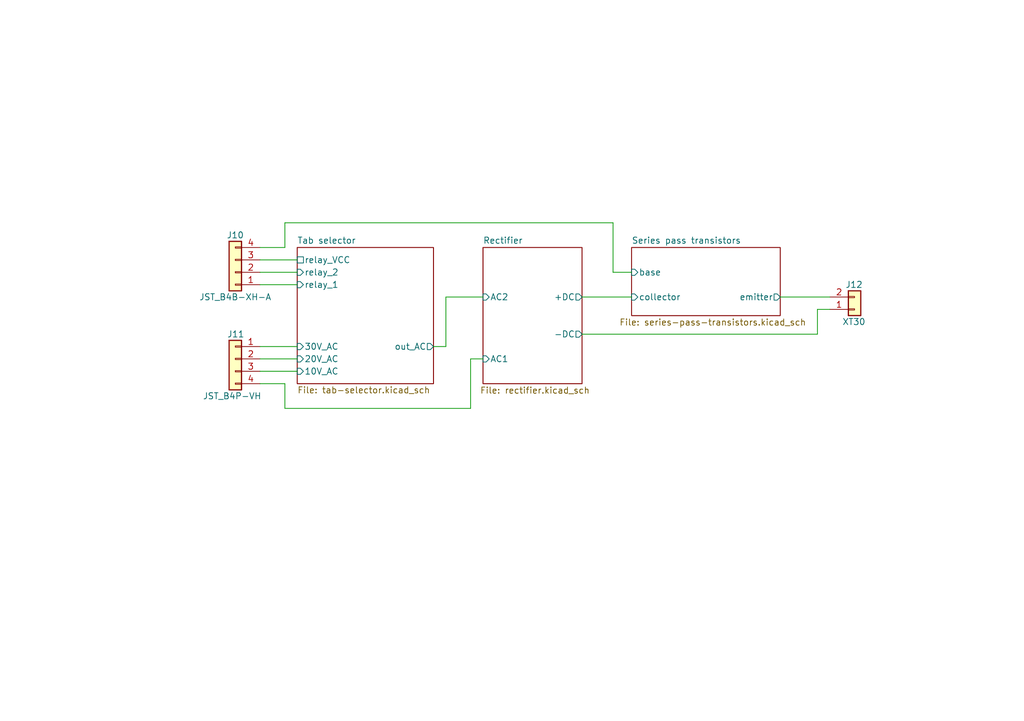
<source format=kicad_sch>
(kicad_sch (version 20231120) (generator "eeschema") (generator_version "8.0")
  (paper "A5")
  (title_block (title "DW3005T-power-board") (date "2024-02-26") (rev "1.0.0") (company "Dominik Workshop"))
  (lib_symbols
    (symbol "Connector_Generic:Conn_01x02" (pin_names (offset 1.016) hide)
      (property "Reference" "J" (at 0 2.54 0))
      (property "Value" "Conn_01x02" (at 0 -5.08 0))
      (symbol "Conn_01x02_1_1"
        (rectangle (start -1.27 -2.413) (end 0 -2.667) (stroke (width 0.1524)))
        (rectangle (start -1.27 0.127) (end 0 -0.127) (stroke (width 0.1524)))
        (rectangle (start -1.27 1.27) (end 1.27 -3.81) (stroke (width 0.254)) (fill (type background)))
        (pin passive line (at -5.08 0 0) (length 3.81) (name "Pin_1") (number "1"))
        (pin passive line (at -5.08 -2.54 0) (length 3.81) (name "Pin_2") (number "2"))
      )
    )
    (symbol "Connector_Generic:Conn_01x04" (pin_names (offset 1.016) hide)
      (property "Reference" "J" (at 0 5.08 0))
      (property "Value" "Conn_01x04" (at 0 -7.62 0))
      (symbol "Conn_01x04_1_1"
        (rectangle (start -1.27 -4.953) (end 0 -5.207) (stroke (width 0.1524)))
        (rectangle (start -1.27 -2.413) (end 0 -2.667) (stroke (width 0.1524)))
        (rectangle (start -1.27 0.127) (end 0 -0.127) (stroke (width 0.1524)))
        (rectangle (start -1.27 2.667) (end 0 2.413) (stroke (width 0.1524)))
        (rectangle (start -1.27 3.81) (end 1.27 -6.35) (stroke (width 0.254)) (fill (type background)))
        (pin passive line (at -5.08 2.54 0) (length 3.81) (name "Pin_1") (number "1"))
        (pin passive line (at -5.08 0 0) (length 3.81) (name "Pin_2") (number "2"))
        (pin passive line (at -5.08 -2.54 0) (length 3.81) (name "Pin_3") (number "3"))
        (pin passive line (at -5.08 -5.08 0) (length 3.81) (name "Pin_4") (number "4"))
      )
    )
  )
  (wire (pts (xy 119.38 60.96) (xy 129.54 60.96)))
  (wire (pts (xy 129.54 55.88) (xy 125.73 55.88)))
  (wire (pts (xy 88.9 71.12) (xy 91.44 71.12)))
  (wire (pts (xy 119.38 68.58) (xy 167.64 68.58)))
  (wire (pts (xy 99.06 73.66) (xy 96.52 73.66)))
  (wire (pts (xy 53.34 71.12) (xy 60.96 71.12)))
  (wire (pts (xy 160.02 60.96) (xy 170.18 60.96)))
  (wire (pts (xy 53.34 55.88) (xy 60.96 55.88)))
  (wire (pts (xy 125.73 55.88) (xy 125.73 45.72)))
  (wire (pts (xy 53.34 73.66) (xy 60.96 73.66)))
  (wire (pts (xy 91.44 60.96) (xy 91.44 71.12)))
  (wire (pts (xy 58.42 78.74) (xy 58.42 83.82)))
  (wire (pts (xy 53.34 58.42) (xy 60.96 58.42)))
  (wire (pts (xy 96.52 83.82) (xy 58.42 83.82)))
  (wire (pts (xy 167.64 63.5) (xy 167.64 68.58)))
  (wire (pts (xy 125.73 45.72) (xy 58.42 45.72)))
  (wire (pts (xy 53.34 53.34) (xy 60.96 53.34)))
  (wire (pts (xy 58.42 78.74) (xy 53.34 78.74)))
  (wire (pts (xy 58.42 45.72) (xy 58.42 50.8)))
  (wire (pts (xy 53.34 76.2) (xy 60.96 76.2)))
  (wire (pts (xy 96.52 73.66) (xy 96.52 83.82)))
  (wire (pts (xy 99.06 60.96) (xy 91.44 60.96)))
  (wire (pts (xy 58.42 50.8) (xy 53.34 50.8)))
  (wire (pts (xy 170.18 63.5) (xy 167.64 63.5)))
  (symbol (lib_id "Connector_Generic:Conn_01x02") (at 175.26 63.5 0) (mirror x) (unit 1)
    (property "Reference" "J12" (at 173.355 58.42 0) (effects (justify left)))
    (property "Value" "XT30" (at 172.72 66.04 0) (effects (justify left)))
    (property "Footprint" "Connector_AMASS:AMASS_XT30U-F_1x02_P5.0mm_Vertical" (effects (hide yes)))
  )
  (symbol (lib_id "Connector_Generic:Conn_01x04") (at 48.26 73.66 0) (mirror y) (unit 1)
    (property "Reference" "J11" (at 50.165 68.58 0) (effects (justify left)))
    (property "Value" "JST_B4P-VH " (at 54.61 81.28 0) (effects (justify left)))
    (property "Footprint" "Connector_JST:JST_VH_B4P-VH_1x04_P3.96mm_Vertical" (effects (hide yes)))
  )
  (symbol (lib_id "Connector_Generic:Conn_01x04") (at 48.26 55.88 180) (unit 1)
    (property "Reference" "J10" (at 48.26 48.26 0))
    (property "Value" "JST_B4B-XH-A" (at 48.26 60.96 0))
    (property "Footprint" "Connector_JST:JST_XH_B4B-XH-A_1x04_P2.50mm_Vertical" (effects (hide yes)))
  )
  (sheet (at 60.96 50.8) (size 27.94 27.94) (stroke (width 0.1524))
    (property "Sheetname" "Tab selector" (at 60.96 50.0884 0) (effects (justify left bottom)))
    (property "Sheetfile" "tab-selector.kicad_sch" (at 60.96 79.3246 0) (effects (justify left top)))
    (pin "out_AC" output (at 88.9 71.12 0))
    (pin "20V_AC" input (at 60.96 73.66 180))
    (pin "10V_AC" input (at 60.96 76.2 180))
    (pin "30V_AC" input (at 60.96 71.12 180))
    (pin "relay_VCC" passive (at 60.96 53.34 180))
    (pin "relay_1" input (at 60.96 58.42 180))
    (pin "relay_2" input (at 60.96 55.88 180))
  )
  (sheet (at 99.06 50.8) (size 20.32 27.94) (stroke (width 0.1524))
    (property "Sheetname" "Rectifier" (at 99.06 50.0884 0) (effects (justify left bottom)))
    (property "Sheetfile" "rectifier.kicad_sch" (at 98.425 79.375 0) (effects (justify left top)))
    (pin "AC1" input (at 99.06 73.66 180))
    (pin "AC2" input (at 99.06 60.96 180))
    (pin "+DC" output (at 119.38 60.96 0))
    (pin "-DC" output (at 119.38 68.58 0))
  )
  (sheet (at 129.54 50.8) (size 30.48 13.97) (stroke (width 0.1524))
    (property "Sheetname" "Series pass transistors" (at 129.54 50.0884 0) (effects (justify left bottom)))
    (property "Sheetfile" "series-pass-transistors.kicad_sch" (at 127 65.405 0) (effects (justify left top)))
    (pin "collector" input (at 129.54 60.96 180))
    (pin "base" input (at 129.54 55.88 180))
    (pin "emitter" output (at 160.02 60.96 0))
  )
)
</source>
